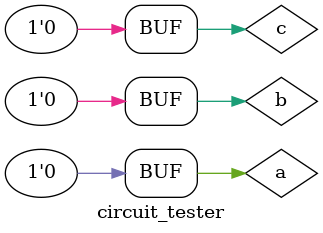
<source format=v>
module circuit_tester;
	wire f1,f2;
	reg a,b,c;
	define_circuit c1(a,b,c,f1,f2);
	initial
	begin
		a=0;b=0;c=0;
		#20
		a=0;b=0;c=1;
		#20	
		a=0;b=1;c=0;
		#20
		a=0;b=1;c=1;
		#20
		a=1;b=0;c=0;
		#20
		a=1;b=0;c=1;
		#20
		a=1;b=1;c=0;
		#20
		a=1;b=1;c=1;
		#20
		a=0;b=0;c=0;		
	end
endmodule

</source>
